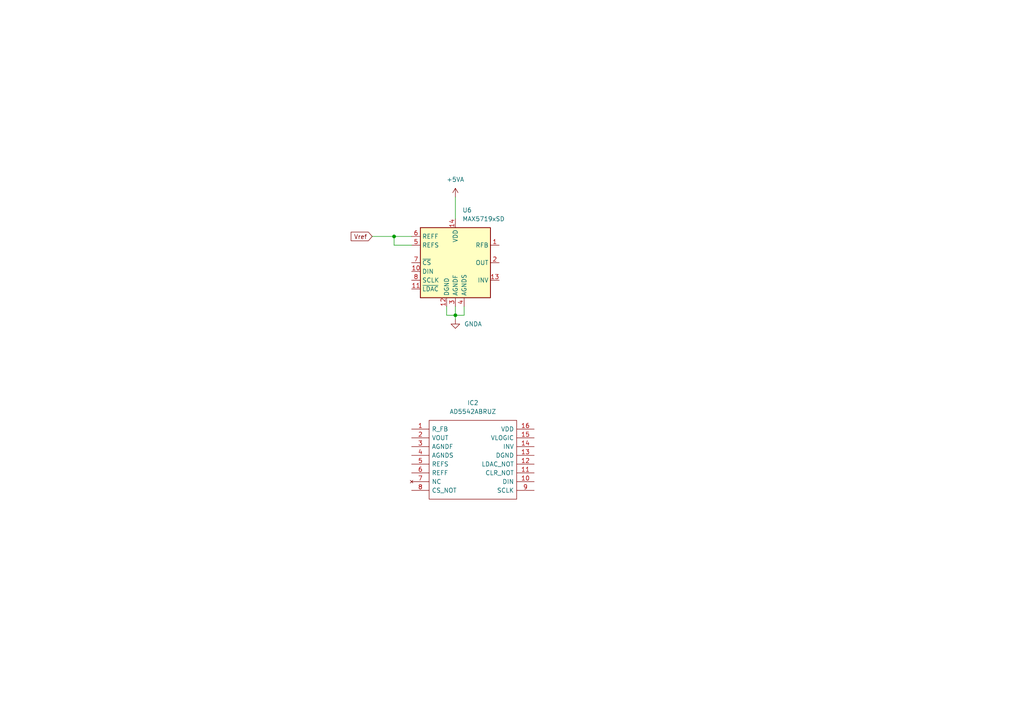
<source format=kicad_sch>
(kicad_sch (version 20211123) (generator eeschema)
  (paper "A4")
  (lib_symbols
    (symbol "Analog_DAC:MAX5719xSD"
      (property "Reference" "U" (at -10.16 11.43 0))
      (property "Value" "MAX5719xSD" (at 1.27 11.43 0))
      (symbol "MAX5719xSD_0_1"
        (rectangle (start -10.16 10.16) (end 10.16 -10.16) (stroke (width 0.254)) (fill (type background)))
      )
      (symbol "MAX5719xSD_1_1"
        (pin passive line (at 12.7 5.08 180) (length 2.54) (name "RFB") (number "1"))
        (pin input line (at -12.7 -2.54 0) (length 2.54) (name "DIN") (number "10"))
        (pin input line (at -12.7 -7.62 0) (length 2.54) (name "~{LDAC}") (number "11"))
        (pin power_in line (at -2.54 -12.7 90) (length 2.54) (name "DGND") (number "12"))
        (pin passive line (at 12.7 -5.08 180) (length 2.54) (name "INV") (number "13"))
        (pin power_in line (at 0 12.7 270) (length 2.54) (name "VDD") (number "14"))
        (pin output line (at 12.7 0 180) (length 2.54) (name "OUT") (number "2"))
        (pin power_in line (at 0 -12.7 90) (length 2.54) (name "AGNDF") (number "3"))
        (pin power_in line (at 2.54 -12.7 90) (length 2.54) (name "AGNDS") (number "4"))
        (pin input line (at -12.7 5.08 0) (length 2.54) (name "REFS") (number "5"))
        (pin input line (at -12.7 7.62 0) (length 2.54) (name "REFF") (number "6"))
        (pin input line (at -12.7 0 0) (length 2.54) (name "~{CS}") (number "7"))
        (pin input line (at -12.7 -5.08 0) (length 2.54) (name "SCLK") (number "8"))
        (pin no_connect line (at 10.16 -7.62 180) (length 2.54) hide (name "NC") (number "9"))
      )
    )
    (symbol "SamacSys_Parts:AD5542ABRUZ" (pin_names (offset 0.762))
      (property "Reference" "IC" (at 31.75 7.62 0))
      (property "Value" "AD5542ABRUZ" (at 31.75 5.08 0))
      (symbol "AD5542ABRUZ_0_0"
        (pin bidirectional line (at 0 0 0) (length 5.08) (name "R_FB") (number "1"))
        (pin input line (at 35.56 -15.24 180) (length 5.08) (name "DIN") (number "10"))
        (pin input line (at 35.56 -12.7 180) (length 5.08) (name "CLR_NOT") (number "11"))
        (pin input line (at 35.56 -10.16 180) (length 5.08) (name "LDAC_NOT") (number "12"))
        (pin power_in line (at 35.56 -7.62 180) (length 5.08) (name "DGND") (number "13"))
        (pin bidirectional line (at 35.56 -5.08 180) (length 5.08) (name "INV") (number "14"))
        (pin power_in line (at 35.56 -2.54 180) (length 5.08) (name "VLOGIC") (number "15"))
        (pin power_in line (at 35.56 0 180) (length 5.08) (name "VDD") (number "16"))
        (pin output line (at 0 -2.54 0) (length 5.08) (name "VOUT") (number "2"))
        (pin power_in line (at 0 -5.08 0) (length 5.08) (name "AGNDF") (number "3"))
        (pin power_in line (at 0 -7.62 0) (length 5.08) (name "AGNDS") (number "4"))
        (pin bidirectional line (at 0 -10.16 0) (length 5.08) (name "REFS") (number "5"))
        (pin bidirectional line (at 0 -12.7 0) (length 5.08) (name "REFF") (number "6"))
        (pin no_connect line (at 0 -15.24 0) (length 5.08) (name "NC") (number "7"))
        (pin input line (at 0 -17.78 0) (length 5.08) (name "CS_NOT") (number "8"))
        (pin input line (at 35.56 -17.78 180) (length 5.08) (name "SCLK") (number "9"))
      )
      (symbol "AD5542ABRUZ_0_1"
        (polyline (pts (xy 5.08 2.54) (xy 30.48 2.54) (xy 30.48 -20.32) (xy 5.08 -20.32) (xy 5.08 2.54)) (stroke (width 0.1524)))
      )
    )
    (symbol "power:+5VA" (power) (pin_names (offset 0))
      (property "Value" "+5VA" (at 0 3.556 0))
      (symbol "+5VA_0_1"
        (polyline (pts (xy -0.762 1.27) (xy 0 2.54)))
        (polyline (pts (xy 0 0) (xy 0 2.54)))
        (polyline (pts (xy 0 2.54) (xy 0.762 1.27)))
      )
      (symbol "+5VA_1_1"
        (pin power_in line (at 0 0 90) (length 0) hide (name "+5VA") (number "1"))
      )
    )
    (symbol "power:GNDA" (power) (pin_names (offset 0))
      (property "Value" "GNDA" (at 0 -3.81 0))
      (symbol "GNDA_0_1"
        (polyline (pts (xy 0 0) (xy 0 -1.27) (xy 1.27 -1.27) (xy 0 -2.54) (xy -1.27 -1.27) (xy 0 -1.27)))
      )
      (symbol "GNDA_1_1"
        (pin power_in line (at 0 0 270) (length 0) hide (name "GNDA") (number "1"))
      )
    )
  )
  (junction (at 132.08 91.44))
  (junction (at 114.3 68.58))
  (wire (pts (xy 114.3 68.58) (xy 114.3 71.12)))
  (wire (pts (xy 114.3 68.58) (xy 119.38 68.58)))
  (wire (pts (xy 132.08 91.44) (xy 132.08 92.71)))
  (wire (pts (xy 129.54 88.9) (xy 129.54 91.44)))
  (wire (pts (xy 132.08 57.15) (xy 132.08 63.5)))
  (wire (pts (xy 114.3 71.12) (xy 119.38 71.12)))
  (wire (pts (xy 132.08 88.9) (xy 132.08 91.44)))
  (wire (pts (xy 134.62 91.44) (xy 132.08 91.44)))
  (wire (pts (xy 134.62 88.9) (xy 134.62 91.44)))
  (wire (pts (xy 107.95 68.58) (xy 114.3 68.58)))
  (wire (pts (xy 129.54 91.44) (xy 132.08 91.44)))
  (global_label "Vref" (shape input) (at 107.95 68.58 180) (property "Intersheet References" "${INTERSHEET_REFS}" (effects hide)))
  (symbol (lib_id "power:+5VA") (at 132.08 57.15 0) (unit 1)
    (property "Reference" "#PWR0118" (effects hide))
    (property "Value" "+5VA" (at 132.08 52.07 0))
  )
  (symbol (lib_id "Analog_DAC:MAX5719xSD") (at 132.08 76.2 0) (unit 1)
    (property "Reference" "U6" (at 134.0994 60.96 0) (effects (justify left)))
    (property "Value" "MAX5719xSD" (at 134.0994 63.5 0) (effects (justify left)))
    (property "Footprint" "Package_SO:SOIC-14_3.9x8.7mm_P1.27mm" (effects hide))
    (property "Datasheet" "https://datasheets.maximintegrated.com/en/ds/MAX5717-MAX5719.pdf" (effects hide))
  )
  (symbol (lib_id "SamacSys_Parts:AD5542ABRUZ") (at 119.38 124.46 0) (unit 1)
    (property "Reference" "IC2" (at 137.16 116.84 0))
    (property "Value" "AD5542ABRUZ" (at 137.16 119.38 0))
    (property "Footprint" "SOP65P640X120-16N" (effects hide))
    (property "Datasheet" "https://datasheet.datasheetarchive.com/originals/distributors/Datasheets-SFU1/DSASFU10003117.pdf" (effects hide))
    (property "Description" "Analog Devices AD5542ABRUZ, 2-channel 16 bit Serial DAC, 16-Pin TSSOP" (effects hide))
    (property "Height" "1.2" (effects hide))
    (property "Mouser Part Number" "584-AD5542ABRUZ" (effects hide))
    (property "Mouser Price/Stock" "https://www.mouser.co.uk/ProductDetail/Analog-Devices/AD5542ABRUZ?qs=NmRFExCfTkH2cwMYuH4uRg%3D%3D" (effects hide))
    (property "Manufacturer_Name" "Analog Devices" (effects hide))
    (property "Manufacturer_Part_Number" "AD5542ABRUZ" (effects hide))
  )
  (symbol (lib_id "power:GNDA") (at 132.08 92.71 0) (unit 1)
    (property "Reference" "#PWR0119" (effects hide))
    (property "Value" "GNDA" (at 134.62 93.9799 0) (effects (justify left)))
  )
)
</source>
